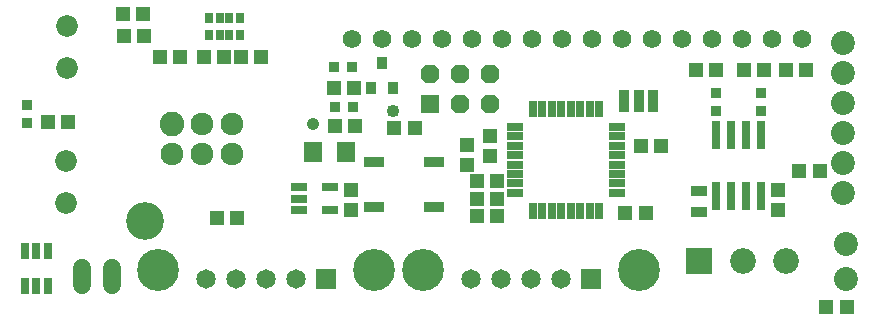
<source format=gts>
G75*
%MOIN*%
%OFA0B0*%
%FSLAX24Y24*%
%IPPOS*%
%LPD*%
%AMOC8*
5,1,8,0,0,1.08239X$1,22.5*
%
%ADD10R,0.0559X0.0279*%
%ADD11R,0.0279X0.0559*%
%ADD12R,0.0492X0.0453*%
%ADD13R,0.0453X0.0492*%
%ADD14C,0.0617*%
%ADD15R,0.0617X0.0617*%
%ADD16OC8,0.0617*%
%ADD17R,0.0531X0.0276*%
%ADD18R,0.0610X0.0689*%
%ADD19R,0.0374X0.0374*%
%ADD20C,0.0799*%
%ADD21R,0.0335X0.0728*%
%ADD22R,0.0659X0.0359*%
%ADD23C,0.0650*%
%ADD24R,0.0650X0.0650*%
%ADD25C,0.1399*%
%ADD26C,0.0610*%
%ADD27R,0.0295X0.0925*%
%ADD28R,0.0859X0.0859*%
%ADD29C,0.0859*%
%ADD30R,0.0531X0.0374*%
%ADD31C,0.0759*%
%ADD32C,0.0819*%
%ADD33R,0.0315X0.0374*%
%ADD34R,0.0256X0.0374*%
%ADD35C,0.0728*%
%ADD36C,0.1259*%
%ADD37R,0.0256X0.0571*%
%ADD38R,0.0374X0.0413*%
%ADD39C,0.0413*%
%ADD40C,0.0427*%
D10*
X017280Y004478D03*
X017280Y004793D03*
X017280Y005108D03*
X017280Y005423D03*
X017280Y005737D03*
X017280Y006052D03*
X017280Y006367D03*
X017280Y006682D03*
X020660Y006682D03*
X020660Y006367D03*
X020660Y006052D03*
X020660Y005737D03*
X020660Y005423D03*
X020660Y005108D03*
X020660Y004793D03*
X020660Y004478D03*
D11*
X020072Y003890D03*
X019757Y003890D03*
X019442Y003890D03*
X019127Y003890D03*
X018813Y003890D03*
X018498Y003890D03*
X018183Y003890D03*
X017868Y003890D03*
X017868Y007270D03*
X018183Y007270D03*
X018498Y007270D03*
X018813Y007270D03*
X019127Y007270D03*
X019442Y007270D03*
X019757Y007270D03*
X020072Y007270D03*
D12*
X021475Y006050D03*
X022145Y006050D03*
X026755Y005200D03*
X027425Y005200D03*
X026985Y008560D03*
X026315Y008560D03*
X015670Y006065D03*
X015670Y005395D03*
X013925Y006640D03*
X013255Y006640D03*
X008815Y009020D03*
X008145Y009020D03*
X007575Y009010D03*
X006905Y009010D03*
X006105Y009010D03*
X005435Y009010D03*
X004895Y009710D03*
X004225Y009710D03*
X004215Y010440D03*
X004885Y010440D03*
X002375Y006840D03*
X001705Y006840D03*
X007335Y003630D03*
X008005Y003630D03*
X027655Y000690D03*
X028325Y000690D03*
D13*
X021625Y003800D03*
X020955Y003800D03*
X016675Y003710D03*
X016005Y003710D03*
X016005Y004290D03*
X016675Y004290D03*
X016665Y004870D03*
X015995Y004870D03*
X016450Y005695D03*
X016450Y006365D03*
X011935Y006700D03*
X011265Y006700D03*
X011235Y007990D03*
X011905Y007990D03*
X011800Y004585D03*
X011800Y003915D03*
X023305Y008560D03*
X023975Y008560D03*
X024905Y008560D03*
X025575Y008560D03*
X026050Y004585D03*
X026050Y003915D03*
D14*
X025850Y009610D03*
X024850Y009610D03*
X023850Y009610D03*
X022850Y009610D03*
X021850Y009610D03*
X020850Y009610D03*
X019850Y009610D03*
X018850Y009610D03*
X017850Y009610D03*
X016850Y009610D03*
X015850Y009610D03*
X014850Y009610D03*
X013850Y009610D03*
X012850Y009610D03*
X011850Y009610D03*
X026850Y009610D03*
D15*
X014430Y007440D03*
D16*
X015430Y007440D03*
X016430Y007440D03*
X016430Y008440D03*
X015430Y008440D03*
X014430Y008440D03*
D17*
X011112Y004664D03*
X010088Y004664D03*
X010088Y004290D03*
X010088Y003916D03*
X011112Y003916D03*
D18*
X011641Y005850D03*
X010539Y005850D03*
D19*
X011275Y007350D03*
X011865Y007350D03*
X011835Y008670D03*
X011245Y008670D03*
X000990Y007395D03*
X000990Y006805D03*
X023970Y007215D03*
X023970Y007805D03*
X025470Y007805D03*
X025470Y007215D03*
D20*
X028220Y007460D03*
X028220Y006460D03*
X028220Y005460D03*
X028220Y004460D03*
X028310Y002760D03*
X028310Y001620D03*
X028220Y008460D03*
X028220Y009460D03*
D21*
X021862Y007550D03*
X021390Y007550D03*
X020918Y007550D03*
D22*
X014580Y005510D03*
X012580Y005510D03*
X012580Y004010D03*
X014580Y004010D03*
D23*
X015810Y001620D03*
X016810Y001620D03*
X017810Y001620D03*
X018810Y001620D03*
X009980Y001620D03*
X008980Y001620D03*
X007980Y001620D03*
X006980Y001620D03*
D24*
X010980Y001620D03*
X019810Y001620D03*
D25*
X021410Y001920D03*
X014210Y001920D03*
X012580Y001920D03*
X005380Y001920D03*
D26*
X003840Y001976D02*
X003840Y001424D01*
X002840Y001424D02*
X002840Y001976D01*
D27*
X023970Y004366D03*
X024470Y004366D03*
X024970Y004366D03*
X025470Y004366D03*
X025470Y006414D03*
X024970Y006414D03*
X024470Y006414D03*
X023970Y006414D03*
D28*
X023410Y002210D03*
D29*
X024858Y002210D03*
X026306Y002210D03*
D30*
X023410Y003836D03*
X023410Y004544D03*
D31*
X007830Y005790D03*
X006830Y005790D03*
X005830Y005790D03*
X006830Y006790D03*
X007830Y006790D03*
D32*
X005830Y006790D03*
D33*
X007068Y009725D03*
X008092Y009725D03*
X008092Y010315D03*
X007068Y010315D03*
D34*
X007423Y010315D03*
X007737Y010315D03*
X007737Y009725D03*
X007423Y009725D03*
D35*
X002331Y010029D03*
X002331Y008651D03*
X002301Y005529D03*
X002301Y004151D03*
D36*
X004930Y003540D03*
D37*
X000946Y001389D03*
X001320Y001389D03*
X001694Y001389D03*
X001694Y002531D03*
X001320Y002531D03*
X000946Y002531D03*
D38*
X012466Y007986D03*
X013214Y007986D03*
X012840Y008813D03*
D39*
X010540Y006760D03*
D40*
X013210Y007220D03*
M02*

</source>
